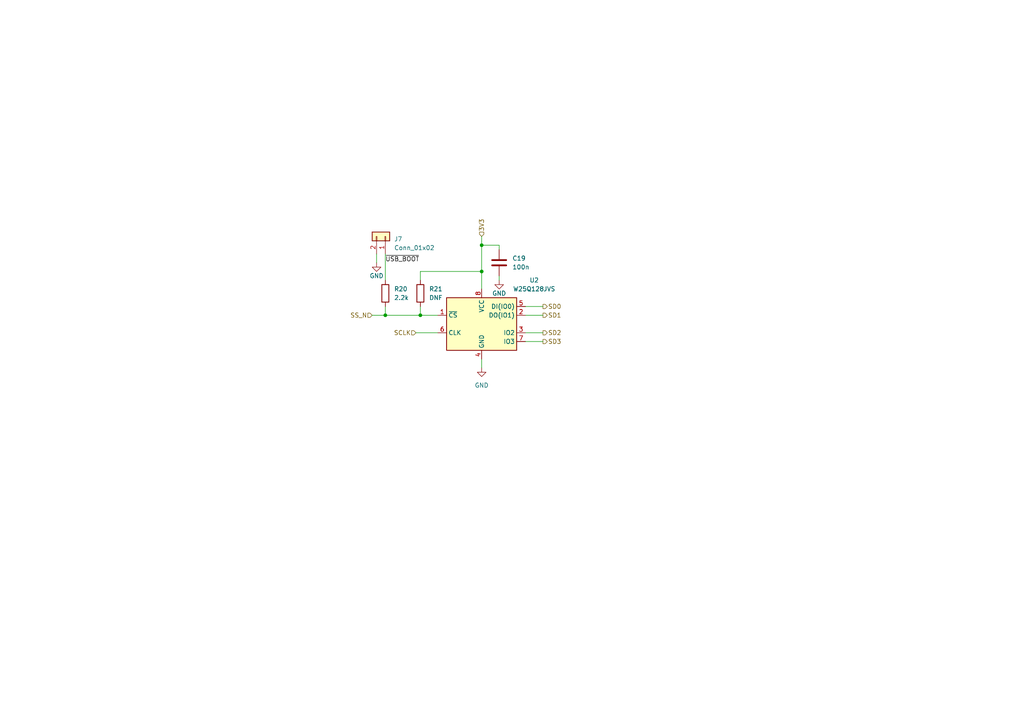
<source format=kicad_sch>
(kicad_sch (version 20220103) (generator eeschema)
  (paper "A4")
  (title_block (title "SUCSS Hardware Hacker"))
  (lib_symbols
    (symbol "Connector_Generic:Conn_01x02" (pin_names (offset 1.016) hide)
      (property "Reference" "J" (at 0 2.54 0))
      (property "Value" "Conn_01x02" (at 0 -5.08 0))
      (symbol "Conn_01x02_1_1"
        (rectangle (start -1.27 -2.413) (end 0 -2.667) (stroke (width 0.1524)))
        (rectangle (start -1.27 0.127) (end 0 -0.127) (stroke (width 0.1524)))
        (rectangle (start -1.27 1.27) (end 1.27 -3.81) (stroke (width 0.254)) (fill (type background)))
        (pin passive line (at -5.08 0 0) (length 3.81) (name "Pin_1") (number "1"))
        (pin passive line (at -5.08 -2.54 0) (length 3.81) (name "Pin_2") (number "2"))
      )
    )
    (symbol "Device:C" (pin_numbers hide) (pin_names (offset 0.254))
      (property "Reference" "C" (at 0.635 2.54 0))
      (property "Value" "C" (at 0.635 -2.54 0))
      (symbol "C_0_1"
        (polyline (pts (xy -2.032 -0.762) (xy 2.032 -0.762)) (stroke (width 0.508)))
        (polyline (pts (xy -2.032 0.762) (xy 2.032 0.762)) (stroke (width 0.508)))
      )
      (symbol "C_1_1"
        (pin passive line (at 0 3.81 270) (length 2.794) (name "~") (number "1"))
        (pin passive line (at 0 -3.81 90) (length 2.794) (name "~") (number "2"))
      )
    )
    (symbol "Device:R" (pin_numbers hide) (pin_names (offset 0))
      (property "Reference" "R" (at 2.032 0 90))
      (property "Value" "R" (at 0 0 90))
      (symbol "R_0_1"
        (rectangle (start -1.016 -2.54) (end 1.016 2.54) (stroke (width 0.254)))
      )
      (symbol "R_1_1"
        (pin passive line (at 0 3.81 270) (length 1.27) (name "~") (number "1"))
        (pin passive line (at 0 -3.81 90) (length 1.27) (name "~") (number "2"))
      )
    )
    (symbol "Memory_Flash:W25Q128JVS"
      (property "Reference" "U" (at -8.89 8.89 0))
      (property "Value" "W25Q128JVS" (at 7.62 8.89 0))
      (symbol "W25Q128JVS_0_1"
        (rectangle (start -10.16 7.62) (end 10.16 -7.62) (stroke (width 0.254)) (fill (type background)))
      )
      (symbol "W25Q128JVS_1_1"
        (pin input line (at -12.7 2.54 0) (length 2.54) (name "~{CS}") (number "1"))
        (pin bidirectional line (at 12.7 2.54 180) (length 2.54) (name "DO(IO1)") (number "2"))
        (pin bidirectional line (at 12.7 -2.54 180) (length 2.54) (name "IO2") (number "3"))
        (pin power_in line (at 0 -10.16 90) (length 2.54) (name "GND") (number "4"))
        (pin bidirectional line (at 12.7 5.08 180) (length 2.54) (name "DI(IO0)") (number "5"))
        (pin input line (at -12.7 -2.54 0) (length 2.54) (name "CLK") (number "6"))
        (pin bidirectional line (at 12.7 -5.08 180) (length 2.54) (name "IO3") (number "7"))
        (pin power_in line (at 0 10.16 270) (length 2.54) (name "VCC") (number "8"))
      )
    )
    (symbol "power:GND" (power) (pin_names (offset 0))
      (property "Value" "GND" (at 0 -3.81 0))
      (symbol "GND_0_1"
        (polyline (pts (xy 0 0) (xy 0 -1.27) (xy 1.27 -1.27) (xy 0 -2.54) (xy -1.27 -1.27) (xy 0 -1.27)))
      )
      (symbol "GND_1_1"
        (pin power_in line (at 0 0 270) (length 0) hide (name "GND") (number "1"))
      )
    )
  )
  (junction (at 121.92 91.44) (diameter 0.9144))
  (junction (at 139.7 71.12) (diameter 0.9144))
  (junction (at 111.76 91.44) (diameter 0.9144))
  (junction (at 139.7 78.74) (diameter 0.9144))
  (wire (pts (xy 139.7 71.12) (xy 139.7 78.74)))
  (wire (pts (xy 139.7 78.74) (xy 139.7 83.82)))
  (wire (pts (xy 139.7 71.12) (xy 144.78 71.12)))
  (wire (pts (xy 144.78 71.12) (xy 144.78 72.39)))
  (wire (pts (xy 107.95 91.44) (xy 111.76 91.44)))
  (wire (pts (xy 111.76 91.44) (xy 121.92 91.44)))
  (wire (pts (xy 121.92 91.44) (xy 127 91.44)))
  (wire (pts (xy 144.78 80.01) (xy 144.78 81.28)))
  (wire (pts (xy 121.92 78.74) (xy 139.7 78.74)))
  (wire (pts (xy 121.92 81.28) (xy 121.92 78.74)))
  (wire (pts (xy 111.76 88.9) (xy 111.76 91.44)))
  (wire (pts (xy 152.4 96.52) (xy 157.48 96.52)))
  (wire (pts (xy 152.4 99.06) (xy 157.48 99.06)))
  (wire (pts (xy 152.4 91.44) (xy 157.48 91.44)))
  (wire (pts (xy 111.76 73.66) (xy 111.76 81.28)))
  (wire (pts (xy 139.7 104.14) (xy 139.7 106.68)))
  (wire (pts (xy 139.7 68.58) (xy 139.7 71.12)))
  (wire (pts (xy 121.92 88.9) (xy 121.92 91.44)))
  (wire (pts (xy 120.65 96.52) (xy 127 96.52)))
  (wire (pts (xy 152.4 88.9) (xy 157.48 88.9)))
  (wire (pts (xy 109.22 73.66) (xy 109.22 76.2)))
  (label "~{USB_BOOT}" (at 111.76 76.2 0))
  (hierarchical_label "SD3" (shape output) (at 157.48 99.06 0))
  (hierarchical_label "SD0" (shape output) (at 157.48 88.9 0))
  (hierarchical_label "3V3" (shape input) (at 139.7 68.58 90))
  (hierarchical_label "SD1" (shape output) (at 157.48 91.44 0))
  (hierarchical_label "SD2" (shape output) (at 157.48 96.52 0))
  (hierarchical_label "SS_N" (shape input) (at 107.95 91.44 180))
  (hierarchical_label "SCLK" (shape input) (at 120.65 96.52 180))
  (symbol (lib_id "power:GND") (at 144.78 81.28 0) (unit 1)
    (property "Reference" "#PWR022" (effects hide))
    (property "Value" "GND" (at 144.78 85.09 0))
  )
  (symbol (lib_id "power:GND") (at 109.22 76.2 0) (unit 1)
    (property "Reference" "#PWR020" (effects hide))
    (property "Value" "GND" (at 109.22 80.01 0))
  )
  (symbol (lib_id "power:GND") (at 139.7 106.68 0) (unit 1)
    (property "Reference" "#PWR021" (effects hide))
    (property "Value" "GND" (at 139.7 111.76 0))
  )
  (symbol (lib_id "Connector_Generic:Conn_01x02") (at 111.76 68.58 270) (mirror x) (unit 1)
    (property "Reference" "J7" (at 114.3 69.3419 90) (effects (justify left)))
    (property "Value" "Conn_01x02" (at 114.3 71.8819 90) (effects (justify left)))
    (property "Footprint" "Connector_PinHeader_2.54mm:PinHeader_1x02_P2.54mm_Vertical" (effects hide))
    (property "JLCPCB BOM" "0" (effects hide))
  )
  (symbol (lib_id "Device:R") (at 121.92 85.09 0) (unit 1)
    (property "Reference" "R21" (at 124.46 83.8199 0) (effects (justify left)))
    (property "Value" "DNF" (at 124.46 86.3599 0) (effects (justify left)))
    (property "Footprint" "Resistor_SMD:R_0805_2012Metric" (effects hide))
    (property "JLCPCB BOM" "0" (effects hide))
  )
  (symbol (lib_id "Memory_Flash:W25Q128JVS") (at 139.7 93.98 0) (unit 1)
    (property "Reference" "U2" (at 154.94 81.28 0))
    (property "Value" "W25Q128JVS" (at 154.94 83.82 0))
    (property "Footprint" "Package_SO:SOIC-8_5.23x5.23mm_P1.27mm" (effects hide))
    (property "Datasheet" "http://www.winbond.com/resource-files/w25q128jv_dtr%20revc%2003272018%20plus.pdf" (effects hide))
    (property "LCSC Part" "C97521" (effects hide))
  )
  (symbol (lib_id "Device:R") (at 111.76 85.09 0) (unit 1)
    (property "Reference" "R20" (at 114.3 83.8199 0) (effects (justify left)))
    (property "Value" "2.2k" (at 114.3 86.3599 0) (effects (justify left)))
    (property "Footprint" "Resistor_SMD:R_0603_1608Metric" (effects hide))
    (property "LCSC Part" "C4190" (effects hide))
  )
  (symbol (lib_id "Device:C") (at 144.78 76.2 0) (unit 1)
    (property "Reference" "C19" (at 148.59 74.9299 0) (effects (justify left)))
    (property "Value" "100n" (at 148.59 77.4699 0) (effects (justify left)))
    (property "Footprint" "Capacitor_SMD:C_0805_2012Metric" (effects hide))
    (property "LCSC Part" "C49678" (effects hide))
  )
)
</source>
